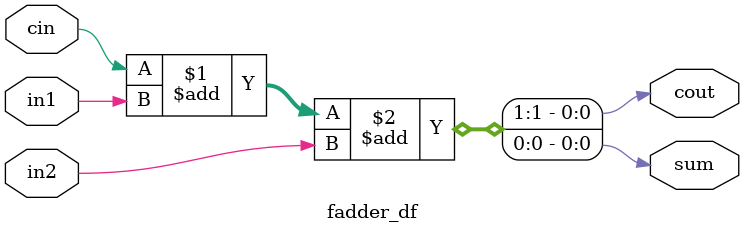
<source format=v>
module fadder_df(sum,cout,cin,in1,in2);
    input in1,in2,cin;
    output cout,sum;

    assign {cout,sum}=cin+in1+in2;
endmodule
</source>
